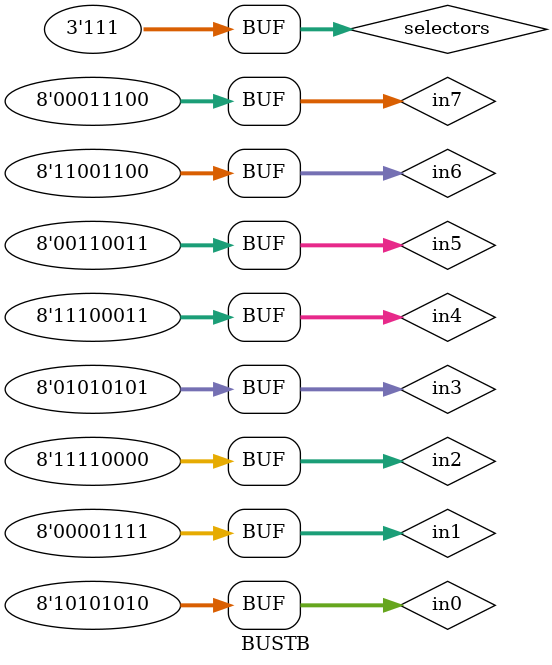
<source format=v>
module BUS (out,in0,in1,in2,in3,in4,in5,in6,in7,selectors);
    output [7:0] out;
    input [7:0] in0,in1,in2,in3,in4,in5,in6,in7;
    input [2:0] selectors;
    wire [7:0] BusOut; 
    
    MUX8_1 BUSMUX(BusOut,in0,in1,in2,in3,in4,in5,in6,in7,selectors);

    assign out = BusOut;
endmodule


module BUSTB;
	wire [7:0] out;
	reg [7:0] in0,in1,in2,in3,in4,in5,in6,in7;
	reg [2:0] selectors;

	BUS sample(out,in0,in1,in2,in3,in4,in5,in6,in7,selectors);

	initial
		begin
		    in0 = 8'b10101010;
		    in1 = 8'b00001111;
		    in2 = 8'b11110000;
		    in3 = 8'b01010101;
		    in4 = 8'b11100011;
		    in5 = 8'b00110011;
		    in6 = 8'b11001100;
		    in7 = 8'b00011100;
		
        	selectors = 3'b000; // select in0
		    #100;
		    selectors = 3'b001; // select in1
		    #100;
		    selectors = 3'b010; // select in2
		    #100;
		    selectors = 3'b011; // select in3
		    #100;
		    selectors = 3'b100; // select in4
		    #100;
		    selectors = 3'b101; // select in5
		    #100;
		    selectors = 3'b110;  // select in6
		    #100;
		    selectors = 3'b111; // select in7
		end
endmodule

</source>
